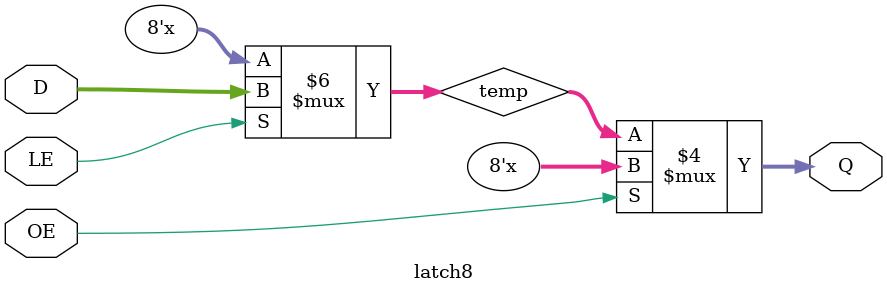
<source format=v>
module latch8(OE, LE, D, Q);
	input wire OE;
	input wire LE;
	input wire [7:0] D;
	
	output reg [7:0] Q;
	
	reg [7:0] temp;
	
	always @(LE, D)
		begin
			if (LE)
				begin
					temp <= D;
				end
		end
	
	always @(*)
		begin
			if (OE)
				begin
					Q = 8'bz;
				end
			else
				begin
					Q = temp;
				end
		end
endmodule
</source>
